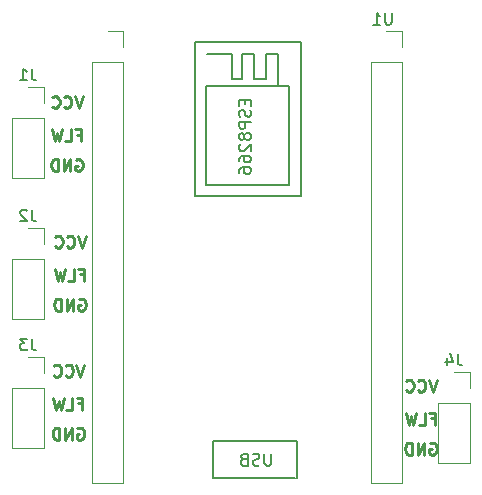
<source format=gbo>
G04 #@! TF.GenerationSoftware,KiCad,Pcbnew,(5.0.0-3-g5ebb6b6)*
G04 #@! TF.CreationDate,2018-09-06T10:07:47-04:00*
G04 #@! TF.ProjectId,PCB,5043422E6B696361645F706362000000,rev?*
G04 #@! TF.SameCoordinates,Original*
G04 #@! TF.FileFunction,Legend,Bot*
G04 #@! TF.FilePolarity,Positive*
%FSLAX46Y46*%
G04 Gerber Fmt 4.6, Leading zero omitted, Abs format (unit mm)*
G04 Created by KiCad (PCBNEW (5.0.0-3-g5ebb6b6)) date Thursday, September 06, 2018 at 10:07:47 AM*
%MOMM*%
%LPD*%
G01*
G04 APERTURE LIST*
%ADD10C,0.250000*%
%ADD11C,0.150000*%
%ADD12C,0.120000*%
%ADD13O,1.700000X1.700000*%
%ADD14R,1.700000X1.700000*%
G04 APERTURE END LIST*
D10*
X91503333Y-132421380D02*
X91170000Y-133421380D01*
X90836666Y-132421380D01*
X89931904Y-133326142D02*
X89979523Y-133373761D01*
X90122380Y-133421380D01*
X90217619Y-133421380D01*
X90360476Y-133373761D01*
X90455714Y-133278523D01*
X90503333Y-133183285D01*
X90550952Y-132992809D01*
X90550952Y-132849952D01*
X90503333Y-132659476D01*
X90455714Y-132564238D01*
X90360476Y-132469000D01*
X90217619Y-132421380D01*
X90122380Y-132421380D01*
X89979523Y-132469000D01*
X89931904Y-132516619D01*
X88931904Y-133326142D02*
X88979523Y-133373761D01*
X89122380Y-133421380D01*
X89217619Y-133421380D01*
X89360476Y-133373761D01*
X89455714Y-133278523D01*
X89503333Y-133183285D01*
X89550952Y-132992809D01*
X89550952Y-132849952D01*
X89503333Y-132659476D01*
X89455714Y-132564238D01*
X89360476Y-132469000D01*
X89217619Y-132421380D01*
X89122380Y-132421380D01*
X88979523Y-132469000D01*
X88931904Y-132516619D01*
X90931904Y-137803000D02*
X91027142Y-137755380D01*
X91170000Y-137755380D01*
X91312857Y-137803000D01*
X91408095Y-137898238D01*
X91455714Y-137993476D01*
X91503333Y-138183952D01*
X91503333Y-138326809D01*
X91455714Y-138517285D01*
X91408095Y-138612523D01*
X91312857Y-138707761D01*
X91170000Y-138755380D01*
X91074761Y-138755380D01*
X90931904Y-138707761D01*
X90884285Y-138660142D01*
X90884285Y-138326809D01*
X91074761Y-138326809D01*
X90455714Y-138755380D02*
X90455714Y-137755380D01*
X89884285Y-138755380D01*
X89884285Y-137755380D01*
X89408095Y-138755380D02*
X89408095Y-137755380D01*
X89170000Y-137755380D01*
X89027142Y-137803000D01*
X88931904Y-137898238D01*
X88884285Y-137993476D01*
X88836666Y-138183952D01*
X88836666Y-138326809D01*
X88884285Y-138517285D01*
X88931904Y-138612523D01*
X89027142Y-138707761D01*
X89170000Y-138755380D01*
X89408095Y-138755380D01*
X91003333Y-135691571D02*
X91336666Y-135691571D01*
X91336666Y-136215380D02*
X91336666Y-135215380D01*
X90860476Y-135215380D01*
X90003333Y-136215380D02*
X90479523Y-136215380D01*
X90479523Y-135215380D01*
X89765238Y-135215380D02*
X89527142Y-136215380D01*
X89336666Y-135501095D01*
X89146190Y-136215380D01*
X88908095Y-135215380D01*
X61158333Y-134421571D02*
X61491666Y-134421571D01*
X61491666Y-134945380D02*
X61491666Y-133945380D01*
X61015476Y-133945380D01*
X60158333Y-134945380D02*
X60634523Y-134945380D01*
X60634523Y-133945380D01*
X59920238Y-133945380D02*
X59682142Y-134945380D01*
X59491666Y-134231095D01*
X59301190Y-134945380D01*
X59063095Y-133945380D01*
X61086904Y-136533000D02*
X61182142Y-136485380D01*
X61325000Y-136485380D01*
X61467857Y-136533000D01*
X61563095Y-136628238D01*
X61610714Y-136723476D01*
X61658333Y-136913952D01*
X61658333Y-137056809D01*
X61610714Y-137247285D01*
X61563095Y-137342523D01*
X61467857Y-137437761D01*
X61325000Y-137485380D01*
X61229761Y-137485380D01*
X61086904Y-137437761D01*
X61039285Y-137390142D01*
X61039285Y-137056809D01*
X61229761Y-137056809D01*
X60610714Y-137485380D02*
X60610714Y-136485380D01*
X60039285Y-137485380D01*
X60039285Y-136485380D01*
X59563095Y-137485380D02*
X59563095Y-136485380D01*
X59325000Y-136485380D01*
X59182142Y-136533000D01*
X59086904Y-136628238D01*
X59039285Y-136723476D01*
X58991666Y-136913952D01*
X58991666Y-137056809D01*
X59039285Y-137247285D01*
X59086904Y-137342523D01*
X59182142Y-137437761D01*
X59325000Y-137485380D01*
X59563095Y-137485380D01*
X61658333Y-131151380D02*
X61325000Y-132151380D01*
X60991666Y-131151380D01*
X60086904Y-132056142D02*
X60134523Y-132103761D01*
X60277380Y-132151380D01*
X60372619Y-132151380D01*
X60515476Y-132103761D01*
X60610714Y-132008523D01*
X60658333Y-131913285D01*
X60705952Y-131722809D01*
X60705952Y-131579952D01*
X60658333Y-131389476D01*
X60610714Y-131294238D01*
X60515476Y-131199000D01*
X60372619Y-131151380D01*
X60277380Y-131151380D01*
X60134523Y-131199000D01*
X60086904Y-131246619D01*
X59086904Y-132056142D02*
X59134523Y-132103761D01*
X59277380Y-132151380D01*
X59372619Y-132151380D01*
X59515476Y-132103761D01*
X59610714Y-132008523D01*
X59658333Y-131913285D01*
X59705952Y-131722809D01*
X59705952Y-131579952D01*
X59658333Y-131389476D01*
X59610714Y-131294238D01*
X59515476Y-131199000D01*
X59372619Y-131151380D01*
X59277380Y-131151380D01*
X59134523Y-131199000D01*
X59086904Y-131246619D01*
X61285333Y-123499571D02*
X61618666Y-123499571D01*
X61618666Y-124023380D02*
X61618666Y-123023380D01*
X61142476Y-123023380D01*
X60285333Y-124023380D02*
X60761523Y-124023380D01*
X60761523Y-123023380D01*
X60047238Y-123023380D02*
X59809142Y-124023380D01*
X59618666Y-123309095D01*
X59428190Y-124023380D01*
X59190095Y-123023380D01*
X61213904Y-125611000D02*
X61309142Y-125563380D01*
X61452000Y-125563380D01*
X61594857Y-125611000D01*
X61690095Y-125706238D01*
X61737714Y-125801476D01*
X61785333Y-125991952D01*
X61785333Y-126134809D01*
X61737714Y-126325285D01*
X61690095Y-126420523D01*
X61594857Y-126515761D01*
X61452000Y-126563380D01*
X61356761Y-126563380D01*
X61213904Y-126515761D01*
X61166285Y-126468142D01*
X61166285Y-126134809D01*
X61356761Y-126134809D01*
X60737714Y-126563380D02*
X60737714Y-125563380D01*
X60166285Y-126563380D01*
X60166285Y-125563380D01*
X59690095Y-126563380D02*
X59690095Y-125563380D01*
X59452000Y-125563380D01*
X59309142Y-125611000D01*
X59213904Y-125706238D01*
X59166285Y-125801476D01*
X59118666Y-125991952D01*
X59118666Y-126134809D01*
X59166285Y-126325285D01*
X59213904Y-126420523D01*
X59309142Y-126515761D01*
X59452000Y-126563380D01*
X59690095Y-126563380D01*
X61785333Y-120229380D02*
X61452000Y-121229380D01*
X61118666Y-120229380D01*
X60213904Y-121134142D02*
X60261523Y-121181761D01*
X60404380Y-121229380D01*
X60499619Y-121229380D01*
X60642476Y-121181761D01*
X60737714Y-121086523D01*
X60785333Y-120991285D01*
X60832952Y-120800809D01*
X60832952Y-120657952D01*
X60785333Y-120467476D01*
X60737714Y-120372238D01*
X60642476Y-120277000D01*
X60499619Y-120229380D01*
X60404380Y-120229380D01*
X60261523Y-120277000D01*
X60213904Y-120324619D01*
X59213904Y-121134142D02*
X59261523Y-121181761D01*
X59404380Y-121229380D01*
X59499619Y-121229380D01*
X59642476Y-121181761D01*
X59737714Y-121086523D01*
X59785333Y-120991285D01*
X59832952Y-120800809D01*
X59832952Y-120657952D01*
X59785333Y-120467476D01*
X59737714Y-120372238D01*
X59642476Y-120277000D01*
X59499619Y-120229380D01*
X59404380Y-120229380D01*
X59261523Y-120277000D01*
X59213904Y-120324619D01*
X60959904Y-113800000D02*
X61055142Y-113752380D01*
X61198000Y-113752380D01*
X61340857Y-113800000D01*
X61436095Y-113895238D01*
X61483714Y-113990476D01*
X61531333Y-114180952D01*
X61531333Y-114323809D01*
X61483714Y-114514285D01*
X61436095Y-114609523D01*
X61340857Y-114704761D01*
X61198000Y-114752380D01*
X61102761Y-114752380D01*
X60959904Y-114704761D01*
X60912285Y-114657142D01*
X60912285Y-114323809D01*
X61102761Y-114323809D01*
X60483714Y-114752380D02*
X60483714Y-113752380D01*
X59912285Y-114752380D01*
X59912285Y-113752380D01*
X59436095Y-114752380D02*
X59436095Y-113752380D01*
X59198000Y-113752380D01*
X59055142Y-113800000D01*
X58959904Y-113895238D01*
X58912285Y-113990476D01*
X58864666Y-114180952D01*
X58864666Y-114323809D01*
X58912285Y-114514285D01*
X58959904Y-114609523D01*
X59055142Y-114704761D01*
X59198000Y-114752380D01*
X59436095Y-114752380D01*
X61031333Y-111688571D02*
X61364666Y-111688571D01*
X61364666Y-112212380D02*
X61364666Y-111212380D01*
X60888476Y-111212380D01*
X60031333Y-112212380D02*
X60507523Y-112212380D01*
X60507523Y-111212380D01*
X59793238Y-111212380D02*
X59555142Y-112212380D01*
X59364666Y-111498095D01*
X59174190Y-112212380D01*
X58936095Y-111212380D01*
X61531333Y-108418380D02*
X61198000Y-109418380D01*
X60864666Y-108418380D01*
X59959904Y-109323142D02*
X60007523Y-109370761D01*
X60150380Y-109418380D01*
X60245619Y-109418380D01*
X60388476Y-109370761D01*
X60483714Y-109275523D01*
X60531333Y-109180285D01*
X60578952Y-108989809D01*
X60578952Y-108846952D01*
X60531333Y-108656476D01*
X60483714Y-108561238D01*
X60388476Y-108466000D01*
X60245619Y-108418380D01*
X60150380Y-108418380D01*
X60007523Y-108466000D01*
X59959904Y-108513619D01*
X58959904Y-109323142D02*
X59007523Y-109370761D01*
X59150380Y-109418380D01*
X59245619Y-109418380D01*
X59388476Y-109370761D01*
X59483714Y-109275523D01*
X59531333Y-109180285D01*
X59578952Y-108989809D01*
X59578952Y-108846952D01*
X59531333Y-108656476D01*
X59483714Y-108561238D01*
X59388476Y-108466000D01*
X59245619Y-108418380D01*
X59150380Y-108418380D01*
X59007523Y-108466000D01*
X58959904Y-108513619D01*
D11*
G04 #@! TO.C,U1*
X71938000Y-107536000D02*
X78038000Y-107536000D01*
X71938000Y-107636000D02*
X71938000Y-107536000D01*
X71938000Y-115936000D02*
X71938000Y-107636000D01*
X79038000Y-115936000D02*
X71938000Y-115936000D01*
X79038000Y-114436000D02*
X79038000Y-115936000D01*
X79038000Y-107536000D02*
X79038000Y-114436000D01*
X78038000Y-107536000D02*
X79038000Y-107536000D01*
X78038000Y-104836000D02*
X78038000Y-107536000D01*
X77038000Y-104836000D02*
X78038000Y-104836000D01*
X77038000Y-106936000D02*
X77038000Y-104836000D01*
X76038000Y-106936000D02*
X77038000Y-106936000D01*
X76038000Y-104836000D02*
X76038000Y-106936000D01*
X75038000Y-104836000D02*
X76038000Y-104836000D01*
X75038000Y-106936000D02*
X75038000Y-104836000D01*
X74138000Y-106936000D02*
X75038000Y-106936000D01*
X74138000Y-104836000D02*
X74138000Y-106936000D01*
X72038000Y-104836000D02*
X74138000Y-104836000D01*
X71038000Y-103836000D02*
X80038000Y-103836000D01*
X71038000Y-116836000D02*
X71038000Y-103836000D01*
X80038000Y-116836000D02*
X71038000Y-116836000D01*
X80038000Y-112936000D02*
X80038000Y-116836000D01*
X80038000Y-103936000D02*
X80038000Y-112936000D01*
X79638000Y-137636000D02*
X79638000Y-140736000D01*
X72538000Y-137636000D02*
X79638000Y-137636000D01*
X72538000Y-140736000D02*
X72538000Y-137636000D01*
X79538000Y-140736000D02*
X72538000Y-140736000D01*
D12*
X64968000Y-141126000D02*
X62308000Y-141126000D01*
X64968000Y-102906000D02*
X63638000Y-102906000D01*
X64968000Y-105506000D02*
X64968000Y-141126000D01*
X62308000Y-105506000D02*
X62308000Y-141126000D01*
X64968000Y-105506000D02*
X62308000Y-105506000D01*
X64968000Y-104236000D02*
X64968000Y-102906000D01*
X88568000Y-141126000D02*
X85908000Y-141126000D01*
X88568000Y-105506000D02*
X88568000Y-141126000D01*
X85908000Y-105506000D02*
X85908000Y-141126000D01*
X88568000Y-105506000D02*
X85908000Y-105506000D01*
X88568000Y-104236000D02*
X88568000Y-102906000D01*
X88568000Y-102906000D02*
X87238000Y-102906000D01*
G04 #@! TO.C,J1*
X58226000Y-107636000D02*
X56896000Y-107636000D01*
X58226000Y-108966000D02*
X58226000Y-107636000D01*
X58226000Y-110236000D02*
X55566000Y-110236000D01*
X55566000Y-110236000D02*
X55566000Y-115376000D01*
X58226000Y-110236000D02*
X58226000Y-115376000D01*
X58226000Y-115376000D02*
X55566000Y-115376000D01*
G04 #@! TO.C,J2*
X58226000Y-119574000D02*
X56896000Y-119574000D01*
X58226000Y-120904000D02*
X58226000Y-119574000D01*
X58226000Y-122174000D02*
X55566000Y-122174000D01*
X55566000Y-122174000D02*
X55566000Y-127314000D01*
X58226000Y-122174000D02*
X58226000Y-127314000D01*
X58226000Y-127314000D02*
X55566000Y-127314000D01*
G04 #@! TO.C,J3*
X58226000Y-138236000D02*
X55566000Y-138236000D01*
X58226000Y-133096000D02*
X58226000Y-138236000D01*
X55566000Y-133096000D02*
X55566000Y-138236000D01*
X58226000Y-133096000D02*
X55566000Y-133096000D01*
X58226000Y-131826000D02*
X58226000Y-130496000D01*
X58226000Y-130496000D02*
X56896000Y-130496000D01*
G04 #@! TO.C,J4*
X94294000Y-139506000D02*
X91634000Y-139506000D01*
X94294000Y-134366000D02*
X94294000Y-139506000D01*
X91634000Y-134366000D02*
X91634000Y-139506000D01*
X94294000Y-134366000D02*
X91634000Y-134366000D01*
X94294000Y-133096000D02*
X94294000Y-131766000D01*
X94294000Y-131766000D02*
X92964000Y-131766000D01*
G04 #@! TO.C,U1*
D11*
X87699904Y-101358380D02*
X87699904Y-102167904D01*
X87652285Y-102263142D01*
X87604666Y-102310761D01*
X87509428Y-102358380D01*
X87318952Y-102358380D01*
X87223714Y-102310761D01*
X87176095Y-102263142D01*
X87128476Y-102167904D01*
X87128476Y-101358380D01*
X86128476Y-102358380D02*
X86699904Y-102358380D01*
X86414190Y-102358380D02*
X86414190Y-101358380D01*
X86509428Y-101501238D01*
X86604666Y-101596476D01*
X86699904Y-101644095D01*
X75266571Y-108740761D02*
X75266571Y-109074095D01*
X75790380Y-109216952D02*
X75790380Y-108740761D01*
X74790380Y-108740761D01*
X74790380Y-109216952D01*
X75742761Y-109597904D02*
X75790380Y-109740761D01*
X75790380Y-109978857D01*
X75742761Y-110074095D01*
X75695142Y-110121714D01*
X75599904Y-110169333D01*
X75504666Y-110169333D01*
X75409428Y-110121714D01*
X75361809Y-110074095D01*
X75314190Y-109978857D01*
X75266571Y-109788380D01*
X75218952Y-109693142D01*
X75171333Y-109645523D01*
X75076095Y-109597904D01*
X74980857Y-109597904D01*
X74885619Y-109645523D01*
X74838000Y-109693142D01*
X74790380Y-109788380D01*
X74790380Y-110026476D01*
X74838000Y-110169333D01*
X75790380Y-110597904D02*
X74790380Y-110597904D01*
X74790380Y-110978857D01*
X74838000Y-111074095D01*
X74885619Y-111121714D01*
X74980857Y-111169333D01*
X75123714Y-111169333D01*
X75218952Y-111121714D01*
X75266571Y-111074095D01*
X75314190Y-110978857D01*
X75314190Y-110597904D01*
X75218952Y-111740761D02*
X75171333Y-111645523D01*
X75123714Y-111597904D01*
X75028476Y-111550285D01*
X74980857Y-111550285D01*
X74885619Y-111597904D01*
X74838000Y-111645523D01*
X74790380Y-111740761D01*
X74790380Y-111931238D01*
X74838000Y-112026476D01*
X74885619Y-112074095D01*
X74980857Y-112121714D01*
X75028476Y-112121714D01*
X75123714Y-112074095D01*
X75171333Y-112026476D01*
X75218952Y-111931238D01*
X75218952Y-111740761D01*
X75266571Y-111645523D01*
X75314190Y-111597904D01*
X75409428Y-111550285D01*
X75599904Y-111550285D01*
X75695142Y-111597904D01*
X75742761Y-111645523D01*
X75790380Y-111740761D01*
X75790380Y-111931238D01*
X75742761Y-112026476D01*
X75695142Y-112074095D01*
X75599904Y-112121714D01*
X75409428Y-112121714D01*
X75314190Y-112074095D01*
X75266571Y-112026476D01*
X75218952Y-111931238D01*
X74885619Y-112502666D02*
X74838000Y-112550285D01*
X74790380Y-112645523D01*
X74790380Y-112883619D01*
X74838000Y-112978857D01*
X74885619Y-113026476D01*
X74980857Y-113074095D01*
X75076095Y-113074095D01*
X75218952Y-113026476D01*
X75790380Y-112455047D01*
X75790380Y-113074095D01*
X74790380Y-113931238D02*
X74790380Y-113740761D01*
X74838000Y-113645523D01*
X74885619Y-113597904D01*
X75028476Y-113502666D01*
X75218952Y-113455047D01*
X75599904Y-113455047D01*
X75695142Y-113502666D01*
X75742761Y-113550285D01*
X75790380Y-113645523D01*
X75790380Y-113836000D01*
X75742761Y-113931238D01*
X75695142Y-113978857D01*
X75599904Y-114026476D01*
X75361809Y-114026476D01*
X75266571Y-113978857D01*
X75218952Y-113931238D01*
X75171333Y-113836000D01*
X75171333Y-113645523D01*
X75218952Y-113550285D01*
X75266571Y-113502666D01*
X75361809Y-113455047D01*
X74790380Y-114883619D02*
X74790380Y-114693142D01*
X74838000Y-114597904D01*
X74885619Y-114550285D01*
X75028476Y-114455047D01*
X75218952Y-114407428D01*
X75599904Y-114407428D01*
X75695142Y-114455047D01*
X75742761Y-114502666D01*
X75790380Y-114597904D01*
X75790380Y-114788380D01*
X75742761Y-114883619D01*
X75695142Y-114931238D01*
X75599904Y-114978857D01*
X75361809Y-114978857D01*
X75266571Y-114931238D01*
X75218952Y-114883619D01*
X75171333Y-114788380D01*
X75171333Y-114597904D01*
X75218952Y-114502666D01*
X75266571Y-114455047D01*
X75361809Y-114407428D01*
X77499904Y-138688380D02*
X77499904Y-139497904D01*
X77452285Y-139593142D01*
X77404666Y-139640761D01*
X77309428Y-139688380D01*
X77118952Y-139688380D01*
X77023714Y-139640761D01*
X76976095Y-139593142D01*
X76928476Y-139497904D01*
X76928476Y-138688380D01*
X76499904Y-139640761D02*
X76357047Y-139688380D01*
X76118952Y-139688380D01*
X76023714Y-139640761D01*
X75976095Y-139593142D01*
X75928476Y-139497904D01*
X75928476Y-139402666D01*
X75976095Y-139307428D01*
X76023714Y-139259809D01*
X76118952Y-139212190D01*
X76309428Y-139164571D01*
X76404666Y-139116952D01*
X76452285Y-139069333D01*
X76499904Y-138974095D01*
X76499904Y-138878857D01*
X76452285Y-138783619D01*
X76404666Y-138736000D01*
X76309428Y-138688380D01*
X76071333Y-138688380D01*
X75928476Y-138736000D01*
X75166571Y-139164571D02*
X75023714Y-139212190D01*
X74976095Y-139259809D01*
X74928476Y-139355047D01*
X74928476Y-139497904D01*
X74976095Y-139593142D01*
X75023714Y-139640761D01*
X75118952Y-139688380D01*
X75499904Y-139688380D01*
X75499904Y-138688380D01*
X75166571Y-138688380D01*
X75071333Y-138736000D01*
X75023714Y-138783619D01*
X74976095Y-138878857D01*
X74976095Y-138974095D01*
X75023714Y-139069333D01*
X75071333Y-139116952D01*
X75166571Y-139164571D01*
X75499904Y-139164571D01*
G04 #@! TO.C,J1*
X57229333Y-106088380D02*
X57229333Y-106802666D01*
X57276952Y-106945523D01*
X57372190Y-107040761D01*
X57515047Y-107088380D01*
X57610285Y-107088380D01*
X56229333Y-107088380D02*
X56800761Y-107088380D01*
X56515047Y-107088380D02*
X56515047Y-106088380D01*
X56610285Y-106231238D01*
X56705523Y-106326476D01*
X56800761Y-106374095D01*
G04 #@! TO.C,J2*
X57229333Y-118026380D02*
X57229333Y-118740666D01*
X57276952Y-118883523D01*
X57372190Y-118978761D01*
X57515047Y-119026380D01*
X57610285Y-119026380D01*
X56800761Y-118121619D02*
X56753142Y-118074000D01*
X56657904Y-118026380D01*
X56419809Y-118026380D01*
X56324571Y-118074000D01*
X56276952Y-118121619D01*
X56229333Y-118216857D01*
X56229333Y-118312095D01*
X56276952Y-118454952D01*
X56848380Y-119026380D01*
X56229333Y-119026380D01*
G04 #@! TO.C,J3*
X57229333Y-128948380D02*
X57229333Y-129662666D01*
X57276952Y-129805523D01*
X57372190Y-129900761D01*
X57515047Y-129948380D01*
X57610285Y-129948380D01*
X56848380Y-128948380D02*
X56229333Y-128948380D01*
X56562666Y-129329333D01*
X56419809Y-129329333D01*
X56324571Y-129376952D01*
X56276952Y-129424571D01*
X56229333Y-129519809D01*
X56229333Y-129757904D01*
X56276952Y-129853142D01*
X56324571Y-129900761D01*
X56419809Y-129948380D01*
X56705523Y-129948380D01*
X56800761Y-129900761D01*
X56848380Y-129853142D01*
G04 #@! TO.C,J4*
X93297333Y-130218380D02*
X93297333Y-130932666D01*
X93344952Y-131075523D01*
X93440190Y-131170761D01*
X93583047Y-131218380D01*
X93678285Y-131218380D01*
X92392571Y-130551714D02*
X92392571Y-131218380D01*
X92630666Y-130170761D02*
X92868761Y-130885047D01*
X92249714Y-130885047D01*
G04 #@! TD*
%LPC*%
D13*
G04 #@! TO.C,U1*
X63638000Y-116936000D03*
X63638000Y-119476000D03*
X63638000Y-122016000D03*
X63638000Y-124556000D03*
X63638000Y-139796000D03*
X63638000Y-111856000D03*
X63638000Y-114396000D03*
D14*
X63638000Y-104236000D03*
D13*
X63638000Y-106776000D03*
X63638000Y-109316000D03*
X63638000Y-127096000D03*
X63638000Y-129636000D03*
X63638000Y-132176000D03*
X63638000Y-134716000D03*
X63638000Y-137256000D03*
D14*
X87238000Y-104236000D03*
D13*
X87238000Y-106776000D03*
X87238000Y-109316000D03*
X87238000Y-111856000D03*
X87238000Y-114396000D03*
X87238000Y-116936000D03*
X87238000Y-119476000D03*
X87238000Y-122016000D03*
X87238000Y-124556000D03*
X87238000Y-127096000D03*
X87238000Y-129636000D03*
X87238000Y-132176000D03*
X87238000Y-134716000D03*
X87238000Y-137256000D03*
X87238000Y-139796000D03*
G04 #@! TD*
G04 #@! TO.C,J1*
X56896000Y-114046000D03*
X56896000Y-111506000D03*
D14*
X56896000Y-108966000D03*
G04 #@! TD*
D13*
G04 #@! TO.C,J2*
X56896000Y-125984000D03*
X56896000Y-123444000D03*
D14*
X56896000Y-120904000D03*
G04 #@! TD*
G04 #@! TO.C,J3*
X56896000Y-131826000D03*
D13*
X56896000Y-134366000D03*
X56896000Y-136906000D03*
G04 #@! TD*
D14*
G04 #@! TO.C,J4*
X92964000Y-133096000D03*
D13*
X92964000Y-135636000D03*
X92964000Y-138176000D03*
G04 #@! TD*
M02*

</source>
